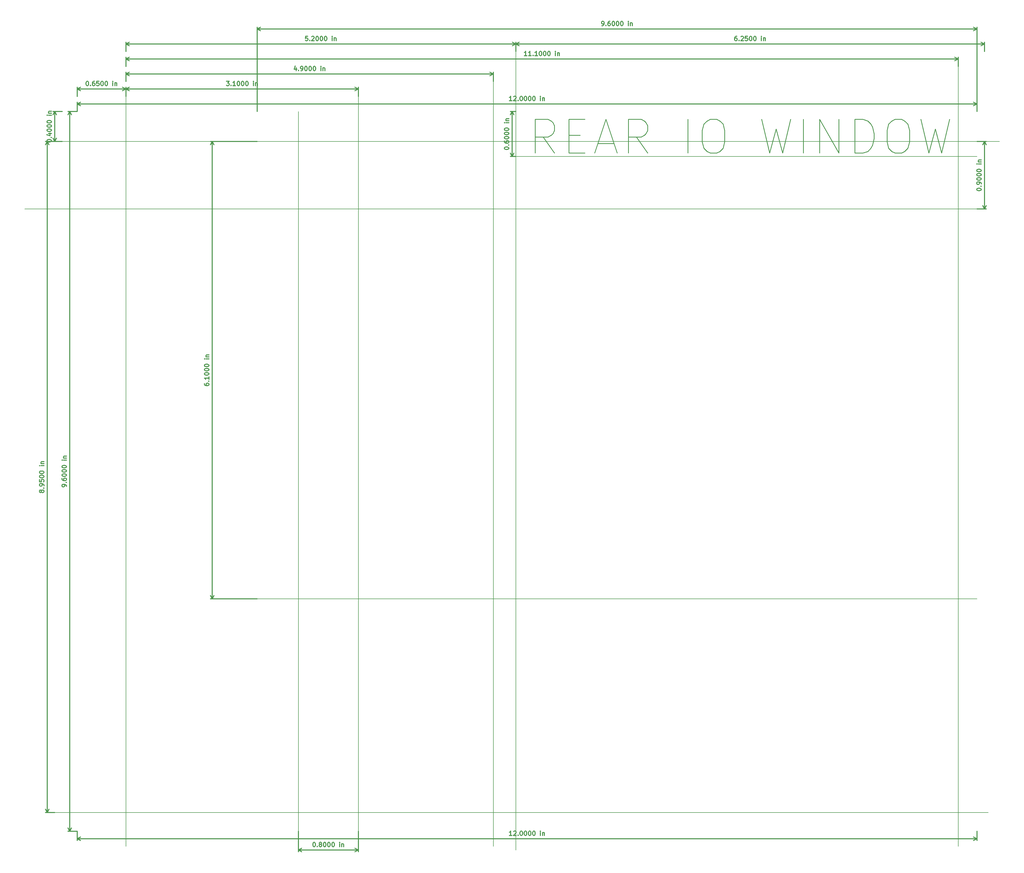
<source format=gbr>
%TF.GenerationSoftware,KiCad,Pcbnew,(6.0.11)*%
%TF.CreationDate,2024-06-16T13:35:35-04:00*%
%TF.ProjectId,NS32016-BC,4e533332-3031-4362-9d42-432e6b696361,rev?*%
%TF.SameCoordinates,Original*%
%TF.FileFunction,OtherDrawing,Comment*%
%FSLAX46Y46*%
G04 Gerber Fmt 4.6, Leading zero omitted, Abs format (unit mm)*
G04 Created by KiCad (PCBNEW (6.0.11)) date 2024-06-16 13:35:35*
%MOMM*%
%LPD*%
G01*
G04 APERTURE LIST*
%ADD10C,0.200000*%
%ADD11C,0.254000*%
%ADD12C,0.300000*%
G04 APERTURE END LIST*
D10*
X209550000Y-146050000D02*
X365760000Y-146050000D01*
X53340000Y-368300000D02*
X369570000Y-368300000D01*
X359410000Y-115570000D02*
X359410000Y-379730000D01*
X77470000Y-125730000D02*
X77470000Y-379730000D01*
X135890000Y-295910000D02*
X135890000Y-130810000D01*
X201930000Y-120650000D02*
X201930000Y-379730000D01*
X55880000Y-140970000D02*
X373380000Y-140970000D01*
X135890000Y-374650000D02*
X135890000Y-295910000D01*
X365760000Y-163830000D02*
X43180000Y-163830000D01*
X156210000Y-125730000D02*
X156210000Y-379730000D01*
X121920000Y-295910000D02*
X365760000Y-295910000D01*
X209550000Y-110490000D02*
X209550000Y-381000000D01*
D11*
X222612857Y-144870714D02*
X218802857Y-139427857D01*
X216081428Y-144870714D02*
X216081428Y-133440714D01*
X220435714Y-133440714D01*
X221524285Y-133985000D01*
X222068571Y-134529285D01*
X222612857Y-135617857D01*
X222612857Y-137250714D01*
X222068571Y-138339285D01*
X221524285Y-138883571D01*
X220435714Y-139427857D01*
X216081428Y-139427857D01*
X227511428Y-138883571D02*
X231321428Y-138883571D01*
X232954285Y-144870714D02*
X227511428Y-144870714D01*
X227511428Y-133440714D01*
X232954285Y-133440714D01*
X237308571Y-141605000D02*
X242751428Y-141605000D01*
X236220000Y-144870714D02*
X240030000Y-133440714D01*
X243840000Y-144870714D01*
X254181428Y-144870714D02*
X250371428Y-139427857D01*
X247650000Y-144870714D02*
X247650000Y-133440714D01*
X252004285Y-133440714D01*
X253092857Y-133985000D01*
X253637142Y-134529285D01*
X254181428Y-135617857D01*
X254181428Y-137250714D01*
X253637142Y-138339285D01*
X253092857Y-138883571D01*
X252004285Y-139427857D01*
X247650000Y-139427857D01*
X267788571Y-144870714D02*
X267788571Y-133440714D01*
X275408571Y-133440714D02*
X277585714Y-133440714D01*
X278674285Y-133985000D01*
X279762857Y-135073571D01*
X280307142Y-137250714D01*
X280307142Y-141060714D01*
X279762857Y-143237857D01*
X278674285Y-144326428D01*
X277585714Y-144870714D01*
X275408571Y-144870714D01*
X274320000Y-144326428D01*
X273231428Y-143237857D01*
X272687142Y-141060714D01*
X272687142Y-137250714D01*
X273231428Y-135073571D01*
X274320000Y-133985000D01*
X275408571Y-133440714D01*
X292825714Y-133440714D02*
X295547142Y-144870714D01*
X297724285Y-136706428D01*
X299901428Y-144870714D01*
X302622857Y-133440714D01*
X306977142Y-144870714D02*
X306977142Y-133440714D01*
X312420000Y-144870714D02*
X312420000Y-133440714D01*
X318951428Y-144870714D01*
X318951428Y-133440714D01*
X324394285Y-144870714D02*
X324394285Y-133440714D01*
X327115714Y-133440714D01*
X328748571Y-133985000D01*
X329837142Y-135073571D01*
X330381428Y-136162142D01*
X330925714Y-138339285D01*
X330925714Y-139972142D01*
X330381428Y-142149285D01*
X329837142Y-143237857D01*
X328748571Y-144326428D01*
X327115714Y-144870714D01*
X324394285Y-144870714D01*
X338001428Y-133440714D02*
X340178571Y-133440714D01*
X341267142Y-133985000D01*
X342355714Y-135073571D01*
X342900000Y-137250714D01*
X342900000Y-141060714D01*
X342355714Y-143237857D01*
X341267142Y-144326428D01*
X340178571Y-144870714D01*
X338001428Y-144870714D01*
X336912857Y-144326428D01*
X335824285Y-143237857D01*
X335280000Y-141060714D01*
X335280000Y-137250714D01*
X335824285Y-135073571D01*
X336912857Y-133985000D01*
X338001428Y-133440714D01*
X346710000Y-133440714D02*
X349431428Y-144870714D01*
X351608571Y-136706428D01*
X353785714Y-144870714D01*
X356507142Y-133440714D01*
D12*
X139045714Y-105328571D02*
X138331428Y-105328571D01*
X138260000Y-106042857D01*
X138331428Y-105971428D01*
X138474285Y-105900000D01*
X138831428Y-105900000D01*
X138974285Y-105971428D01*
X139045714Y-106042857D01*
X139117142Y-106185714D01*
X139117142Y-106542857D01*
X139045714Y-106685714D01*
X138974285Y-106757142D01*
X138831428Y-106828571D01*
X138474285Y-106828571D01*
X138331428Y-106757142D01*
X138260000Y-106685714D01*
X139760000Y-106685714D02*
X139831428Y-106757142D01*
X139760000Y-106828571D01*
X139688571Y-106757142D01*
X139760000Y-106685714D01*
X139760000Y-106828571D01*
X140402857Y-105471428D02*
X140474285Y-105400000D01*
X140617142Y-105328571D01*
X140974285Y-105328571D01*
X141117142Y-105400000D01*
X141188571Y-105471428D01*
X141260000Y-105614285D01*
X141260000Y-105757142D01*
X141188571Y-105971428D01*
X140331428Y-106828571D01*
X141260000Y-106828571D01*
X142188571Y-105328571D02*
X142331428Y-105328571D01*
X142474285Y-105400000D01*
X142545714Y-105471428D01*
X142617142Y-105614285D01*
X142688571Y-105900000D01*
X142688571Y-106257142D01*
X142617142Y-106542857D01*
X142545714Y-106685714D01*
X142474285Y-106757142D01*
X142331428Y-106828571D01*
X142188571Y-106828571D01*
X142045714Y-106757142D01*
X141974285Y-106685714D01*
X141902857Y-106542857D01*
X141831428Y-106257142D01*
X141831428Y-105900000D01*
X141902857Y-105614285D01*
X141974285Y-105471428D01*
X142045714Y-105400000D01*
X142188571Y-105328571D01*
X143617142Y-105328571D02*
X143760000Y-105328571D01*
X143902857Y-105400000D01*
X143974285Y-105471428D01*
X144045714Y-105614285D01*
X144117142Y-105900000D01*
X144117142Y-106257142D01*
X144045714Y-106542857D01*
X143974285Y-106685714D01*
X143902857Y-106757142D01*
X143760000Y-106828571D01*
X143617142Y-106828571D01*
X143474285Y-106757142D01*
X143402857Y-106685714D01*
X143331428Y-106542857D01*
X143260000Y-106257142D01*
X143260000Y-105900000D01*
X143331428Y-105614285D01*
X143402857Y-105471428D01*
X143474285Y-105400000D01*
X143617142Y-105328571D01*
X145045714Y-105328571D02*
X145188571Y-105328571D01*
X145331428Y-105400000D01*
X145402857Y-105471428D01*
X145474285Y-105614285D01*
X145545714Y-105900000D01*
X145545714Y-106257142D01*
X145474285Y-106542857D01*
X145402857Y-106685714D01*
X145331428Y-106757142D01*
X145188571Y-106828571D01*
X145045714Y-106828571D01*
X144902857Y-106757142D01*
X144831428Y-106685714D01*
X144760000Y-106542857D01*
X144688571Y-106257142D01*
X144688571Y-105900000D01*
X144760000Y-105614285D01*
X144831428Y-105471428D01*
X144902857Y-105400000D01*
X145045714Y-105328571D01*
X147331428Y-106828571D02*
X147331428Y-105828571D01*
X147331428Y-105328571D02*
X147260000Y-105400000D01*
X147331428Y-105471428D01*
X147402857Y-105400000D01*
X147331428Y-105328571D01*
X147331428Y-105471428D01*
X148045714Y-105828571D02*
X148045714Y-106828571D01*
X148045714Y-105971428D02*
X148117142Y-105900000D01*
X148260000Y-105828571D01*
X148474285Y-105828571D01*
X148617142Y-105900000D01*
X148688571Y-106042857D01*
X148688571Y-106828571D01*
X209550000Y-110490000D02*
X209550000Y-107363580D01*
X77470000Y-110490000D02*
X77470000Y-107363580D01*
X209550000Y-107950000D02*
X77470000Y-107950000D01*
X209550000Y-107950000D02*
X77470000Y-107950000D01*
X209550000Y-107950000D02*
X208423496Y-107363579D01*
X209550000Y-107950000D02*
X208423496Y-108536421D01*
X77470000Y-107950000D02*
X78596504Y-108536421D01*
X77470000Y-107950000D02*
X78596504Y-107363579D01*
X57298571Y-257837142D02*
X57298571Y-257551428D01*
X57227142Y-257408571D01*
X57155714Y-257337142D01*
X56941428Y-257194285D01*
X56655714Y-257122857D01*
X56084285Y-257122857D01*
X55941428Y-257194285D01*
X55870000Y-257265714D01*
X55798571Y-257408571D01*
X55798571Y-257694285D01*
X55870000Y-257837142D01*
X55941428Y-257908571D01*
X56084285Y-257980000D01*
X56441428Y-257980000D01*
X56584285Y-257908571D01*
X56655714Y-257837142D01*
X56727142Y-257694285D01*
X56727142Y-257408571D01*
X56655714Y-257265714D01*
X56584285Y-257194285D01*
X56441428Y-257122857D01*
X57155714Y-256480000D02*
X57227142Y-256408571D01*
X57298571Y-256480000D01*
X57227142Y-256551428D01*
X57155714Y-256480000D01*
X57298571Y-256480000D01*
X55798571Y-255122857D02*
X55798571Y-255408571D01*
X55870000Y-255551428D01*
X55941428Y-255622857D01*
X56155714Y-255765714D01*
X56441428Y-255837142D01*
X57012857Y-255837142D01*
X57155714Y-255765714D01*
X57227142Y-255694285D01*
X57298571Y-255551428D01*
X57298571Y-255265714D01*
X57227142Y-255122857D01*
X57155714Y-255051428D01*
X57012857Y-254980000D01*
X56655714Y-254980000D01*
X56512857Y-255051428D01*
X56441428Y-255122857D01*
X56370000Y-255265714D01*
X56370000Y-255551428D01*
X56441428Y-255694285D01*
X56512857Y-255765714D01*
X56655714Y-255837142D01*
X55798571Y-254051428D02*
X55798571Y-253908571D01*
X55870000Y-253765714D01*
X55941428Y-253694285D01*
X56084285Y-253622857D01*
X56370000Y-253551428D01*
X56727142Y-253551428D01*
X57012857Y-253622857D01*
X57155714Y-253694285D01*
X57227142Y-253765714D01*
X57298571Y-253908571D01*
X57298571Y-254051428D01*
X57227142Y-254194285D01*
X57155714Y-254265714D01*
X57012857Y-254337142D01*
X56727142Y-254408571D01*
X56370000Y-254408571D01*
X56084285Y-254337142D01*
X55941428Y-254265714D01*
X55870000Y-254194285D01*
X55798571Y-254051428D01*
X55798571Y-252622857D02*
X55798571Y-252480000D01*
X55870000Y-252337142D01*
X55941428Y-252265714D01*
X56084285Y-252194285D01*
X56370000Y-252122857D01*
X56727142Y-252122857D01*
X57012857Y-252194285D01*
X57155714Y-252265714D01*
X57227142Y-252337142D01*
X57298571Y-252480000D01*
X57298571Y-252622857D01*
X57227142Y-252765714D01*
X57155714Y-252837142D01*
X57012857Y-252908571D01*
X56727142Y-252980000D01*
X56370000Y-252980000D01*
X56084285Y-252908571D01*
X55941428Y-252837142D01*
X55870000Y-252765714D01*
X55798571Y-252622857D01*
X55798571Y-251194285D02*
X55798571Y-251051428D01*
X55870000Y-250908571D01*
X55941428Y-250837142D01*
X56084285Y-250765714D01*
X56370000Y-250694285D01*
X56727142Y-250694285D01*
X57012857Y-250765714D01*
X57155714Y-250837142D01*
X57227142Y-250908571D01*
X57298571Y-251051428D01*
X57298571Y-251194285D01*
X57227142Y-251337142D01*
X57155714Y-251408571D01*
X57012857Y-251480000D01*
X56727142Y-251551428D01*
X56370000Y-251551428D01*
X56084285Y-251480000D01*
X55941428Y-251408571D01*
X55870000Y-251337142D01*
X55798571Y-251194285D01*
X57298571Y-248908571D02*
X56298571Y-248908571D01*
X55798571Y-248908571D02*
X55870000Y-248980000D01*
X55941428Y-248908571D01*
X55870000Y-248837142D01*
X55798571Y-248908571D01*
X55941428Y-248908571D01*
X56298571Y-248194285D02*
X57298571Y-248194285D01*
X56441428Y-248194285D02*
X56370000Y-248122857D01*
X56298571Y-247980000D01*
X56298571Y-247765714D01*
X56370000Y-247622857D01*
X56512857Y-247551428D01*
X57298571Y-247551428D01*
X60960000Y-374650000D02*
X57833580Y-374650000D01*
X60960000Y-130810000D02*
X57833580Y-130810000D01*
X58420000Y-374650000D02*
X58420000Y-130810000D01*
X58420000Y-374650000D02*
X58420000Y-130810000D01*
X58420000Y-374650000D02*
X59006421Y-373523496D01*
X58420000Y-374650000D02*
X57833579Y-373523496D01*
X58420000Y-130810000D02*
X57833579Y-131936504D01*
X58420000Y-130810000D02*
X59006421Y-131936504D01*
X48821428Y-259599285D02*
X48750000Y-259742142D01*
X48678571Y-259813571D01*
X48535714Y-259885000D01*
X48464285Y-259885000D01*
X48321428Y-259813571D01*
X48250000Y-259742142D01*
X48178571Y-259599285D01*
X48178571Y-259313571D01*
X48250000Y-259170714D01*
X48321428Y-259099285D01*
X48464285Y-259027857D01*
X48535714Y-259027857D01*
X48678571Y-259099285D01*
X48750000Y-259170714D01*
X48821428Y-259313571D01*
X48821428Y-259599285D01*
X48892857Y-259742142D01*
X48964285Y-259813571D01*
X49107142Y-259885000D01*
X49392857Y-259885000D01*
X49535714Y-259813571D01*
X49607142Y-259742142D01*
X49678571Y-259599285D01*
X49678571Y-259313571D01*
X49607142Y-259170714D01*
X49535714Y-259099285D01*
X49392857Y-259027857D01*
X49107142Y-259027857D01*
X48964285Y-259099285D01*
X48892857Y-259170714D01*
X48821428Y-259313571D01*
X49535714Y-258385000D02*
X49607142Y-258313571D01*
X49678571Y-258385000D01*
X49607142Y-258456428D01*
X49535714Y-258385000D01*
X49678571Y-258385000D01*
X49678571Y-257599285D02*
X49678571Y-257313571D01*
X49607142Y-257170714D01*
X49535714Y-257099285D01*
X49321428Y-256956428D01*
X49035714Y-256885000D01*
X48464285Y-256885000D01*
X48321428Y-256956428D01*
X48250000Y-257027857D01*
X48178571Y-257170714D01*
X48178571Y-257456428D01*
X48250000Y-257599285D01*
X48321428Y-257670714D01*
X48464285Y-257742142D01*
X48821428Y-257742142D01*
X48964285Y-257670714D01*
X49035714Y-257599285D01*
X49107142Y-257456428D01*
X49107142Y-257170714D01*
X49035714Y-257027857D01*
X48964285Y-256956428D01*
X48821428Y-256885000D01*
X48178571Y-255527857D02*
X48178571Y-256242142D01*
X48892857Y-256313571D01*
X48821428Y-256242142D01*
X48750000Y-256099285D01*
X48750000Y-255742142D01*
X48821428Y-255599285D01*
X48892857Y-255527857D01*
X49035714Y-255456428D01*
X49392857Y-255456428D01*
X49535714Y-255527857D01*
X49607142Y-255599285D01*
X49678571Y-255742142D01*
X49678571Y-256099285D01*
X49607142Y-256242142D01*
X49535714Y-256313571D01*
X48178571Y-254527857D02*
X48178571Y-254385000D01*
X48250000Y-254242142D01*
X48321428Y-254170714D01*
X48464285Y-254099285D01*
X48750000Y-254027857D01*
X49107142Y-254027857D01*
X49392857Y-254099285D01*
X49535714Y-254170714D01*
X49607142Y-254242142D01*
X49678571Y-254385000D01*
X49678571Y-254527857D01*
X49607142Y-254670714D01*
X49535714Y-254742142D01*
X49392857Y-254813571D01*
X49107142Y-254885000D01*
X48750000Y-254885000D01*
X48464285Y-254813571D01*
X48321428Y-254742142D01*
X48250000Y-254670714D01*
X48178571Y-254527857D01*
X48178571Y-253099285D02*
X48178571Y-252956428D01*
X48250000Y-252813571D01*
X48321428Y-252742142D01*
X48464285Y-252670714D01*
X48750000Y-252599285D01*
X49107142Y-252599285D01*
X49392857Y-252670714D01*
X49535714Y-252742142D01*
X49607142Y-252813571D01*
X49678571Y-252956428D01*
X49678571Y-253099285D01*
X49607142Y-253242142D01*
X49535714Y-253313571D01*
X49392857Y-253385000D01*
X49107142Y-253456428D01*
X48750000Y-253456428D01*
X48464285Y-253385000D01*
X48321428Y-253313571D01*
X48250000Y-253242142D01*
X48178571Y-253099285D01*
X49678571Y-250813571D02*
X48678571Y-250813571D01*
X48178571Y-250813571D02*
X48250000Y-250885000D01*
X48321428Y-250813571D01*
X48250000Y-250742142D01*
X48178571Y-250813571D01*
X48321428Y-250813571D01*
X48678571Y-250099285D02*
X49678571Y-250099285D01*
X48821428Y-250099285D02*
X48750000Y-250027857D01*
X48678571Y-249885000D01*
X48678571Y-249670714D01*
X48750000Y-249527857D01*
X48892857Y-249456428D01*
X49678571Y-249456428D01*
X53340000Y-368300000D02*
X50213580Y-368300000D01*
X53340000Y-140970000D02*
X50213580Y-140970000D01*
X50800000Y-368300000D02*
X50800000Y-140970000D01*
X50800000Y-368300000D02*
X50800000Y-140970000D01*
X50800000Y-368300000D02*
X51386421Y-367173496D01*
X50800000Y-368300000D02*
X50213579Y-367173496D01*
X50800000Y-140970000D02*
X50213579Y-142096504D01*
X50800000Y-140970000D02*
X51386421Y-142096504D01*
X111518571Y-120568572D02*
X112447142Y-120568572D01*
X111947142Y-121140001D01*
X112161428Y-121140001D01*
X112304285Y-121211429D01*
X112375714Y-121282858D01*
X112447142Y-121425715D01*
X112447142Y-121782858D01*
X112375714Y-121925715D01*
X112304285Y-121997143D01*
X112161428Y-122068572D01*
X111732857Y-122068572D01*
X111590000Y-121997143D01*
X111518571Y-121925715D01*
X113090000Y-121925715D02*
X113161428Y-121997143D01*
X113090000Y-122068572D01*
X113018571Y-121997143D01*
X113090000Y-121925715D01*
X113090000Y-122068572D01*
X114590000Y-122068572D02*
X113732857Y-122068572D01*
X114161428Y-122068572D02*
X114161428Y-120568572D01*
X114018571Y-120782858D01*
X113875714Y-120925715D01*
X113732857Y-120997143D01*
X115518571Y-120568572D02*
X115661428Y-120568572D01*
X115804285Y-120640001D01*
X115875714Y-120711429D01*
X115947142Y-120854286D01*
X116018571Y-121140001D01*
X116018571Y-121497143D01*
X115947142Y-121782858D01*
X115875714Y-121925715D01*
X115804285Y-121997143D01*
X115661428Y-122068572D01*
X115518571Y-122068572D01*
X115375714Y-121997143D01*
X115304285Y-121925715D01*
X115232857Y-121782858D01*
X115161428Y-121497143D01*
X115161428Y-121140001D01*
X115232857Y-120854286D01*
X115304285Y-120711429D01*
X115375714Y-120640001D01*
X115518571Y-120568572D01*
X116947142Y-120568572D02*
X117090000Y-120568572D01*
X117232857Y-120640001D01*
X117304285Y-120711429D01*
X117375714Y-120854286D01*
X117447142Y-121140001D01*
X117447142Y-121497143D01*
X117375714Y-121782858D01*
X117304285Y-121925715D01*
X117232857Y-121997143D01*
X117090000Y-122068572D01*
X116947142Y-122068572D01*
X116804285Y-121997143D01*
X116732857Y-121925715D01*
X116661428Y-121782858D01*
X116590000Y-121497143D01*
X116590000Y-121140001D01*
X116661428Y-120854286D01*
X116732857Y-120711429D01*
X116804285Y-120640001D01*
X116947142Y-120568572D01*
X118375714Y-120568572D02*
X118518571Y-120568572D01*
X118661428Y-120640001D01*
X118732857Y-120711429D01*
X118804285Y-120854286D01*
X118875714Y-121140001D01*
X118875714Y-121497143D01*
X118804285Y-121782858D01*
X118732857Y-121925715D01*
X118661428Y-121997143D01*
X118518571Y-122068572D01*
X118375714Y-122068572D01*
X118232857Y-121997143D01*
X118161428Y-121925715D01*
X118090000Y-121782858D01*
X118018571Y-121497143D01*
X118018571Y-121140001D01*
X118090000Y-120854286D01*
X118161428Y-120711429D01*
X118232857Y-120640001D01*
X118375714Y-120568572D01*
X120661428Y-122068572D02*
X120661428Y-121068572D01*
X120661428Y-120568572D02*
X120590000Y-120640001D01*
X120661428Y-120711429D01*
X120732857Y-120640001D01*
X120661428Y-120568572D01*
X120661428Y-120711429D01*
X121375714Y-121068572D02*
X121375714Y-122068572D01*
X121375714Y-121211429D02*
X121447142Y-121140001D01*
X121590000Y-121068572D01*
X121804285Y-121068572D01*
X121947142Y-121140001D01*
X122018571Y-121282858D01*
X122018571Y-122068572D01*
X156210000Y-125730000D02*
X156210000Y-122603581D01*
X77470000Y-125730000D02*
X77470000Y-122603581D01*
X156210000Y-123190001D02*
X77470000Y-123190001D01*
X156210000Y-123190001D02*
X77470000Y-123190001D01*
X156210000Y-123190001D02*
X155083496Y-122603580D01*
X156210000Y-123190001D02*
X155083496Y-123776422D01*
X77470000Y-123190001D02*
X78596504Y-123776422D01*
X77470000Y-123190001D02*
X78596504Y-122603580D01*
X365678571Y-157292857D02*
X365678571Y-157150000D01*
X365750000Y-157007142D01*
X365821428Y-156935714D01*
X365964285Y-156864285D01*
X366250000Y-156792857D01*
X366607142Y-156792857D01*
X366892857Y-156864285D01*
X367035714Y-156935714D01*
X367107142Y-157007142D01*
X367178571Y-157150000D01*
X367178571Y-157292857D01*
X367107142Y-157435714D01*
X367035714Y-157507142D01*
X366892857Y-157578571D01*
X366607142Y-157650000D01*
X366250000Y-157650000D01*
X365964285Y-157578571D01*
X365821428Y-157507142D01*
X365750000Y-157435714D01*
X365678571Y-157292857D01*
X367035714Y-156150000D02*
X367107142Y-156078571D01*
X367178571Y-156150000D01*
X367107142Y-156221428D01*
X367035714Y-156150000D01*
X367178571Y-156150000D01*
X367178571Y-155364285D02*
X367178571Y-155078571D01*
X367107142Y-154935714D01*
X367035714Y-154864285D01*
X366821428Y-154721428D01*
X366535714Y-154650000D01*
X365964285Y-154650000D01*
X365821428Y-154721428D01*
X365750000Y-154792857D01*
X365678571Y-154935714D01*
X365678571Y-155221428D01*
X365750000Y-155364285D01*
X365821428Y-155435714D01*
X365964285Y-155507142D01*
X366321428Y-155507142D01*
X366464285Y-155435714D01*
X366535714Y-155364285D01*
X366607142Y-155221428D01*
X366607142Y-154935714D01*
X366535714Y-154792857D01*
X366464285Y-154721428D01*
X366321428Y-154650000D01*
X365678571Y-153721428D02*
X365678571Y-153578571D01*
X365750000Y-153435714D01*
X365821428Y-153364285D01*
X365964285Y-153292857D01*
X366250000Y-153221428D01*
X366607142Y-153221428D01*
X366892857Y-153292857D01*
X367035714Y-153364285D01*
X367107142Y-153435714D01*
X367178571Y-153578571D01*
X367178571Y-153721428D01*
X367107142Y-153864285D01*
X367035714Y-153935714D01*
X366892857Y-154007142D01*
X366607142Y-154078571D01*
X366250000Y-154078571D01*
X365964285Y-154007142D01*
X365821428Y-153935714D01*
X365750000Y-153864285D01*
X365678571Y-153721428D01*
X365678571Y-152292857D02*
X365678571Y-152150000D01*
X365750000Y-152007142D01*
X365821428Y-151935714D01*
X365964285Y-151864285D01*
X366250000Y-151792857D01*
X366607142Y-151792857D01*
X366892857Y-151864285D01*
X367035714Y-151935714D01*
X367107142Y-152007142D01*
X367178571Y-152150000D01*
X367178571Y-152292857D01*
X367107142Y-152435714D01*
X367035714Y-152507142D01*
X366892857Y-152578571D01*
X366607142Y-152650000D01*
X366250000Y-152650000D01*
X365964285Y-152578571D01*
X365821428Y-152507142D01*
X365750000Y-152435714D01*
X365678571Y-152292857D01*
X365678571Y-150864285D02*
X365678571Y-150721428D01*
X365750000Y-150578571D01*
X365821428Y-150507142D01*
X365964285Y-150435714D01*
X366250000Y-150364285D01*
X366607142Y-150364285D01*
X366892857Y-150435714D01*
X367035714Y-150507142D01*
X367107142Y-150578571D01*
X367178571Y-150721428D01*
X367178571Y-150864285D01*
X367107142Y-151007142D01*
X367035714Y-151078571D01*
X366892857Y-151150000D01*
X366607142Y-151221428D01*
X366250000Y-151221428D01*
X365964285Y-151150000D01*
X365821428Y-151078571D01*
X365750000Y-151007142D01*
X365678571Y-150864285D01*
X367178571Y-148578571D02*
X366178571Y-148578571D01*
X365678571Y-148578571D02*
X365750000Y-148650000D01*
X365821428Y-148578571D01*
X365750000Y-148507142D01*
X365678571Y-148578571D01*
X365821428Y-148578571D01*
X366178571Y-147864285D02*
X367178571Y-147864285D01*
X366321428Y-147864285D02*
X366250000Y-147792857D01*
X366178571Y-147650000D01*
X366178571Y-147435714D01*
X366250000Y-147292857D01*
X366392857Y-147221428D01*
X367178571Y-147221428D01*
X365760000Y-163830000D02*
X368886420Y-163830000D01*
X365760000Y-140970000D02*
X368886420Y-140970000D01*
X368300000Y-163830000D02*
X368300000Y-140970000D01*
X368300000Y-163830000D02*
X368300000Y-140970000D01*
X368300000Y-163830000D02*
X368886421Y-162703496D01*
X368300000Y-163830000D02*
X367713579Y-162703496D01*
X368300000Y-140970000D02*
X367713579Y-142096504D01*
X368300000Y-140970000D02*
X368886421Y-142096504D01*
X141157142Y-378378571D02*
X141300000Y-378378571D01*
X141442857Y-378450000D01*
X141514285Y-378521428D01*
X141585714Y-378664285D01*
X141657142Y-378950000D01*
X141657142Y-379307142D01*
X141585714Y-379592857D01*
X141514285Y-379735714D01*
X141442857Y-379807142D01*
X141300000Y-379878571D01*
X141157142Y-379878571D01*
X141014285Y-379807142D01*
X140942857Y-379735714D01*
X140871428Y-379592857D01*
X140800000Y-379307142D01*
X140800000Y-378950000D01*
X140871428Y-378664285D01*
X140942857Y-378521428D01*
X141014285Y-378450000D01*
X141157142Y-378378571D01*
X142300000Y-379735714D02*
X142371428Y-379807142D01*
X142300000Y-379878571D01*
X142228571Y-379807142D01*
X142300000Y-379735714D01*
X142300000Y-379878571D01*
X143228571Y-379021428D02*
X143085714Y-378950000D01*
X143014285Y-378878571D01*
X142942857Y-378735714D01*
X142942857Y-378664285D01*
X143014285Y-378521428D01*
X143085714Y-378450000D01*
X143228571Y-378378571D01*
X143514285Y-378378571D01*
X143657142Y-378450000D01*
X143728571Y-378521428D01*
X143800000Y-378664285D01*
X143800000Y-378735714D01*
X143728571Y-378878571D01*
X143657142Y-378950000D01*
X143514285Y-379021428D01*
X143228571Y-379021428D01*
X143085714Y-379092857D01*
X143014285Y-379164285D01*
X142942857Y-379307142D01*
X142942857Y-379592857D01*
X143014285Y-379735714D01*
X143085714Y-379807142D01*
X143228571Y-379878571D01*
X143514285Y-379878571D01*
X143657142Y-379807142D01*
X143728571Y-379735714D01*
X143800000Y-379592857D01*
X143800000Y-379307142D01*
X143728571Y-379164285D01*
X143657142Y-379092857D01*
X143514285Y-379021428D01*
X144728571Y-378378571D02*
X144871428Y-378378571D01*
X145014285Y-378450000D01*
X145085714Y-378521428D01*
X145157142Y-378664285D01*
X145228571Y-378950000D01*
X145228571Y-379307142D01*
X145157142Y-379592857D01*
X145085714Y-379735714D01*
X145014285Y-379807142D01*
X144871428Y-379878571D01*
X144728571Y-379878571D01*
X144585714Y-379807142D01*
X144514285Y-379735714D01*
X144442857Y-379592857D01*
X144371428Y-379307142D01*
X144371428Y-378950000D01*
X144442857Y-378664285D01*
X144514285Y-378521428D01*
X144585714Y-378450000D01*
X144728571Y-378378571D01*
X146157142Y-378378571D02*
X146300000Y-378378571D01*
X146442857Y-378450000D01*
X146514285Y-378521428D01*
X146585714Y-378664285D01*
X146657142Y-378950000D01*
X146657142Y-379307142D01*
X146585714Y-379592857D01*
X146514285Y-379735714D01*
X146442857Y-379807142D01*
X146300000Y-379878571D01*
X146157142Y-379878571D01*
X146014285Y-379807142D01*
X145942857Y-379735714D01*
X145871428Y-379592857D01*
X145800000Y-379307142D01*
X145800000Y-378950000D01*
X145871428Y-378664285D01*
X145942857Y-378521428D01*
X146014285Y-378450000D01*
X146157142Y-378378571D01*
X147585714Y-378378571D02*
X147728571Y-378378571D01*
X147871428Y-378450000D01*
X147942857Y-378521428D01*
X148014285Y-378664285D01*
X148085714Y-378950000D01*
X148085714Y-379307142D01*
X148014285Y-379592857D01*
X147942857Y-379735714D01*
X147871428Y-379807142D01*
X147728571Y-379878571D01*
X147585714Y-379878571D01*
X147442857Y-379807142D01*
X147371428Y-379735714D01*
X147300000Y-379592857D01*
X147228571Y-379307142D01*
X147228571Y-378950000D01*
X147300000Y-378664285D01*
X147371428Y-378521428D01*
X147442857Y-378450000D01*
X147585714Y-378378571D01*
X149871428Y-379878571D02*
X149871428Y-378878571D01*
X149871428Y-378378571D02*
X149800000Y-378450000D01*
X149871428Y-378521428D01*
X149942857Y-378450000D01*
X149871428Y-378378571D01*
X149871428Y-378521428D01*
X150585714Y-378878571D02*
X150585714Y-379878571D01*
X150585714Y-379021428D02*
X150657142Y-378950000D01*
X150800000Y-378878571D01*
X151014285Y-378878571D01*
X151157142Y-378950000D01*
X151228571Y-379092857D01*
X151228571Y-379878571D01*
X135890000Y-374650000D02*
X135890000Y-381586420D01*
X156210000Y-374650000D02*
X156210000Y-381586420D01*
X135890000Y-381000000D02*
X156210000Y-381000000D01*
X135890000Y-381000000D02*
X156210000Y-381000000D01*
X135890000Y-381000000D02*
X137016504Y-381586421D01*
X135890000Y-381000000D02*
X137016504Y-380413579D01*
X156210000Y-381000000D02*
X155083496Y-380413579D01*
X156210000Y-381000000D02*
X155083496Y-381586421D01*
X135164285Y-115988571D02*
X135164285Y-116988571D01*
X134807142Y-115417142D02*
X134450000Y-116488571D01*
X135378571Y-116488571D01*
X135950000Y-116845714D02*
X136021428Y-116917142D01*
X135950000Y-116988571D01*
X135878571Y-116917142D01*
X135950000Y-116845714D01*
X135950000Y-116988571D01*
X136735714Y-116988571D02*
X137021428Y-116988571D01*
X137164285Y-116917142D01*
X137235714Y-116845714D01*
X137378571Y-116631428D01*
X137450000Y-116345714D01*
X137450000Y-115774285D01*
X137378571Y-115631428D01*
X137307142Y-115560000D01*
X137164285Y-115488571D01*
X136878571Y-115488571D01*
X136735714Y-115560000D01*
X136664285Y-115631428D01*
X136592857Y-115774285D01*
X136592857Y-116131428D01*
X136664285Y-116274285D01*
X136735714Y-116345714D01*
X136878571Y-116417142D01*
X137164285Y-116417142D01*
X137307142Y-116345714D01*
X137378571Y-116274285D01*
X137450000Y-116131428D01*
X138378571Y-115488571D02*
X138521428Y-115488571D01*
X138664285Y-115560000D01*
X138735714Y-115631428D01*
X138807142Y-115774285D01*
X138878571Y-116060000D01*
X138878571Y-116417142D01*
X138807142Y-116702857D01*
X138735714Y-116845714D01*
X138664285Y-116917142D01*
X138521428Y-116988571D01*
X138378571Y-116988571D01*
X138235714Y-116917142D01*
X138164285Y-116845714D01*
X138092857Y-116702857D01*
X138021428Y-116417142D01*
X138021428Y-116060000D01*
X138092857Y-115774285D01*
X138164285Y-115631428D01*
X138235714Y-115560000D01*
X138378571Y-115488571D01*
X139807142Y-115488571D02*
X139950000Y-115488571D01*
X140092857Y-115560000D01*
X140164285Y-115631428D01*
X140235714Y-115774285D01*
X140307142Y-116060000D01*
X140307142Y-116417142D01*
X140235714Y-116702857D01*
X140164285Y-116845714D01*
X140092857Y-116917142D01*
X139950000Y-116988571D01*
X139807142Y-116988571D01*
X139664285Y-116917142D01*
X139592857Y-116845714D01*
X139521428Y-116702857D01*
X139450000Y-116417142D01*
X139450000Y-116060000D01*
X139521428Y-115774285D01*
X139592857Y-115631428D01*
X139664285Y-115560000D01*
X139807142Y-115488571D01*
X141235714Y-115488571D02*
X141378571Y-115488571D01*
X141521428Y-115560000D01*
X141592857Y-115631428D01*
X141664285Y-115774285D01*
X141735714Y-116060000D01*
X141735714Y-116417142D01*
X141664285Y-116702857D01*
X141592857Y-116845714D01*
X141521428Y-116917142D01*
X141378571Y-116988571D01*
X141235714Y-116988571D01*
X141092857Y-116917142D01*
X141021428Y-116845714D01*
X140950000Y-116702857D01*
X140878571Y-116417142D01*
X140878571Y-116060000D01*
X140950000Y-115774285D01*
X141021428Y-115631428D01*
X141092857Y-115560000D01*
X141235714Y-115488571D01*
X143521428Y-116988571D02*
X143521428Y-115988571D01*
X143521428Y-115488571D02*
X143450000Y-115560000D01*
X143521428Y-115631428D01*
X143592857Y-115560000D01*
X143521428Y-115488571D01*
X143521428Y-115631428D01*
X144235714Y-115988571D02*
X144235714Y-116988571D01*
X144235714Y-116131428D02*
X144307142Y-116060000D01*
X144450000Y-115988571D01*
X144664285Y-115988571D01*
X144807142Y-116060000D01*
X144878571Y-116202857D01*
X144878571Y-116988571D01*
X201930000Y-120650000D02*
X201930000Y-117523580D01*
X77470000Y-120650000D02*
X77470000Y-117523580D01*
X201930000Y-118110000D02*
X77470000Y-118110000D01*
X201930000Y-118110000D02*
X77470000Y-118110000D01*
X201930000Y-118110000D02*
X200803496Y-117523579D01*
X201930000Y-118110000D02*
X200803496Y-118696421D01*
X77470000Y-118110000D02*
X78596504Y-118696421D01*
X77470000Y-118110000D02*
X78596504Y-117523579D01*
X104058571Y-222975714D02*
X104058571Y-223261428D01*
X104130000Y-223404285D01*
X104201428Y-223475714D01*
X104415714Y-223618571D01*
X104701428Y-223690000D01*
X105272857Y-223690000D01*
X105415714Y-223618571D01*
X105487142Y-223547142D01*
X105558571Y-223404285D01*
X105558571Y-223118571D01*
X105487142Y-222975714D01*
X105415714Y-222904285D01*
X105272857Y-222832857D01*
X104915714Y-222832857D01*
X104772857Y-222904285D01*
X104701428Y-222975714D01*
X104630000Y-223118571D01*
X104630000Y-223404285D01*
X104701428Y-223547142D01*
X104772857Y-223618571D01*
X104915714Y-223690000D01*
X105415714Y-222190000D02*
X105487142Y-222118571D01*
X105558571Y-222190000D01*
X105487142Y-222261428D01*
X105415714Y-222190000D01*
X105558571Y-222190000D01*
X105558571Y-220690000D02*
X105558571Y-221547142D01*
X105558571Y-221118571D02*
X104058571Y-221118571D01*
X104272857Y-221261428D01*
X104415714Y-221404285D01*
X104487142Y-221547142D01*
X104058571Y-219761428D02*
X104058571Y-219618571D01*
X104130000Y-219475714D01*
X104201428Y-219404285D01*
X104344285Y-219332857D01*
X104630000Y-219261428D01*
X104987142Y-219261428D01*
X105272857Y-219332857D01*
X105415714Y-219404285D01*
X105487142Y-219475714D01*
X105558571Y-219618571D01*
X105558571Y-219761428D01*
X105487142Y-219904285D01*
X105415714Y-219975714D01*
X105272857Y-220047142D01*
X104987142Y-220118571D01*
X104630000Y-220118571D01*
X104344285Y-220047142D01*
X104201428Y-219975714D01*
X104130000Y-219904285D01*
X104058571Y-219761428D01*
X104058571Y-218332857D02*
X104058571Y-218190000D01*
X104130000Y-218047142D01*
X104201428Y-217975714D01*
X104344285Y-217904285D01*
X104630000Y-217832857D01*
X104987142Y-217832857D01*
X105272857Y-217904285D01*
X105415714Y-217975714D01*
X105487142Y-218047142D01*
X105558571Y-218190000D01*
X105558571Y-218332857D01*
X105487142Y-218475714D01*
X105415714Y-218547142D01*
X105272857Y-218618571D01*
X104987142Y-218690000D01*
X104630000Y-218690000D01*
X104344285Y-218618571D01*
X104201428Y-218547142D01*
X104130000Y-218475714D01*
X104058571Y-218332857D01*
X104058571Y-216904285D02*
X104058571Y-216761428D01*
X104130000Y-216618571D01*
X104201428Y-216547142D01*
X104344285Y-216475714D01*
X104630000Y-216404285D01*
X104987142Y-216404285D01*
X105272857Y-216475714D01*
X105415714Y-216547142D01*
X105487142Y-216618571D01*
X105558571Y-216761428D01*
X105558571Y-216904285D01*
X105487142Y-217047142D01*
X105415714Y-217118571D01*
X105272857Y-217190000D01*
X104987142Y-217261428D01*
X104630000Y-217261428D01*
X104344285Y-217190000D01*
X104201428Y-217118571D01*
X104130000Y-217047142D01*
X104058571Y-216904285D01*
X105558571Y-214618571D02*
X104558571Y-214618571D01*
X104058571Y-214618571D02*
X104130000Y-214690000D01*
X104201428Y-214618571D01*
X104130000Y-214547142D01*
X104058571Y-214618571D01*
X104201428Y-214618571D01*
X104558571Y-213904285D02*
X105558571Y-213904285D01*
X104701428Y-213904285D02*
X104630000Y-213832857D01*
X104558571Y-213690000D01*
X104558571Y-213475714D01*
X104630000Y-213332857D01*
X104772857Y-213261428D01*
X105558571Y-213261428D01*
X121920000Y-295910000D02*
X106093580Y-295910000D01*
X121920000Y-140970000D02*
X106093580Y-140970000D01*
X106680000Y-295910000D02*
X106680000Y-140970000D01*
X106680000Y-295910000D02*
X106680000Y-140970000D01*
X106680000Y-295910000D02*
X107266421Y-294783496D01*
X106680000Y-295910000D02*
X106093579Y-294783496D01*
X106680000Y-140970000D02*
X106093579Y-142096504D01*
X106680000Y-140970000D02*
X107266421Y-142096504D01*
X64322142Y-120568572D02*
X64465000Y-120568572D01*
X64607857Y-120640001D01*
X64679285Y-120711429D01*
X64750714Y-120854286D01*
X64822142Y-121140001D01*
X64822142Y-121497143D01*
X64750714Y-121782858D01*
X64679285Y-121925715D01*
X64607857Y-121997143D01*
X64465000Y-122068572D01*
X64322142Y-122068572D01*
X64179285Y-121997143D01*
X64107857Y-121925715D01*
X64036428Y-121782858D01*
X63965000Y-121497143D01*
X63965000Y-121140001D01*
X64036428Y-120854286D01*
X64107857Y-120711429D01*
X64179285Y-120640001D01*
X64322142Y-120568572D01*
X65465000Y-121925715D02*
X65536428Y-121997143D01*
X65465000Y-122068572D01*
X65393571Y-121997143D01*
X65465000Y-121925715D01*
X65465000Y-122068572D01*
X66822142Y-120568572D02*
X66536428Y-120568572D01*
X66393571Y-120640001D01*
X66322142Y-120711429D01*
X66179285Y-120925715D01*
X66107857Y-121211429D01*
X66107857Y-121782858D01*
X66179285Y-121925715D01*
X66250714Y-121997143D01*
X66393571Y-122068572D01*
X66679285Y-122068572D01*
X66822142Y-121997143D01*
X66893571Y-121925715D01*
X66965000Y-121782858D01*
X66965000Y-121425715D01*
X66893571Y-121282858D01*
X66822142Y-121211429D01*
X66679285Y-121140001D01*
X66393571Y-121140001D01*
X66250714Y-121211429D01*
X66179285Y-121282858D01*
X66107857Y-121425715D01*
X68322142Y-120568572D02*
X67607857Y-120568572D01*
X67536428Y-121282858D01*
X67607857Y-121211429D01*
X67750714Y-121140001D01*
X68107857Y-121140001D01*
X68250714Y-121211429D01*
X68322142Y-121282858D01*
X68393571Y-121425715D01*
X68393571Y-121782858D01*
X68322142Y-121925715D01*
X68250714Y-121997143D01*
X68107857Y-122068572D01*
X67750714Y-122068572D01*
X67607857Y-121997143D01*
X67536428Y-121925715D01*
X69322142Y-120568572D02*
X69465000Y-120568572D01*
X69607857Y-120640001D01*
X69679285Y-120711429D01*
X69750714Y-120854286D01*
X69822142Y-121140001D01*
X69822142Y-121497143D01*
X69750714Y-121782858D01*
X69679285Y-121925715D01*
X69607857Y-121997143D01*
X69465000Y-122068572D01*
X69322142Y-122068572D01*
X69179285Y-121997143D01*
X69107857Y-121925715D01*
X69036428Y-121782858D01*
X68965000Y-121497143D01*
X68965000Y-121140001D01*
X69036428Y-120854286D01*
X69107857Y-120711429D01*
X69179285Y-120640001D01*
X69322142Y-120568572D01*
X70750714Y-120568572D02*
X70893571Y-120568572D01*
X71036428Y-120640001D01*
X71107857Y-120711429D01*
X71179285Y-120854286D01*
X71250714Y-121140001D01*
X71250714Y-121497143D01*
X71179285Y-121782858D01*
X71107857Y-121925715D01*
X71036428Y-121997143D01*
X70893571Y-122068572D01*
X70750714Y-122068572D01*
X70607857Y-121997143D01*
X70536428Y-121925715D01*
X70465000Y-121782858D01*
X70393571Y-121497143D01*
X70393571Y-121140001D01*
X70465000Y-120854286D01*
X70536428Y-120711429D01*
X70607857Y-120640001D01*
X70750714Y-120568572D01*
X73036428Y-122068572D02*
X73036428Y-121068572D01*
X73036428Y-120568572D02*
X72965000Y-120640001D01*
X73036428Y-120711429D01*
X73107857Y-120640001D01*
X73036428Y-120568572D01*
X73036428Y-120711429D01*
X73750714Y-121068572D02*
X73750714Y-122068572D01*
X73750714Y-121211429D02*
X73822142Y-121140001D01*
X73965000Y-121068572D01*
X74179285Y-121068572D01*
X74322142Y-121140001D01*
X74393571Y-121282858D01*
X74393571Y-122068572D01*
X77470000Y-125730000D02*
X77470000Y-122603581D01*
X60960000Y-125730000D02*
X60960000Y-122603581D01*
X77470000Y-123190001D02*
X60960000Y-123190001D01*
X77470000Y-123190001D02*
X60960000Y-123190001D01*
X77470000Y-123190001D02*
X76343496Y-122603580D01*
X77470000Y-123190001D02*
X76343496Y-123776422D01*
X60960000Y-123190001D02*
X62086504Y-123776422D01*
X60960000Y-123190001D02*
X62086504Y-122603580D01*
X208252857Y-376068571D02*
X207395714Y-376068571D01*
X207824285Y-376068571D02*
X207824285Y-374568571D01*
X207681428Y-374782857D01*
X207538571Y-374925714D01*
X207395714Y-374997142D01*
X208824285Y-374711428D02*
X208895714Y-374640000D01*
X209038571Y-374568571D01*
X209395714Y-374568571D01*
X209538571Y-374640000D01*
X209610000Y-374711428D01*
X209681428Y-374854285D01*
X209681428Y-374997142D01*
X209610000Y-375211428D01*
X208752857Y-376068571D01*
X209681428Y-376068571D01*
X210324285Y-375925714D02*
X210395714Y-375997142D01*
X210324285Y-376068571D01*
X210252857Y-375997142D01*
X210324285Y-375925714D01*
X210324285Y-376068571D01*
X211324285Y-374568571D02*
X211467142Y-374568571D01*
X211610000Y-374640000D01*
X211681428Y-374711428D01*
X211752857Y-374854285D01*
X211824285Y-375140000D01*
X211824285Y-375497142D01*
X211752857Y-375782857D01*
X211681428Y-375925714D01*
X211610000Y-375997142D01*
X211467142Y-376068571D01*
X211324285Y-376068571D01*
X211181428Y-375997142D01*
X211110000Y-375925714D01*
X211038571Y-375782857D01*
X210967142Y-375497142D01*
X210967142Y-375140000D01*
X211038571Y-374854285D01*
X211110000Y-374711428D01*
X211181428Y-374640000D01*
X211324285Y-374568571D01*
X212752857Y-374568571D02*
X212895714Y-374568571D01*
X213038571Y-374640000D01*
X213110000Y-374711428D01*
X213181428Y-374854285D01*
X213252857Y-375140000D01*
X213252857Y-375497142D01*
X213181428Y-375782857D01*
X213110000Y-375925714D01*
X213038571Y-375997142D01*
X212895714Y-376068571D01*
X212752857Y-376068571D01*
X212610000Y-375997142D01*
X212538571Y-375925714D01*
X212467142Y-375782857D01*
X212395714Y-375497142D01*
X212395714Y-375140000D01*
X212467142Y-374854285D01*
X212538571Y-374711428D01*
X212610000Y-374640000D01*
X212752857Y-374568571D01*
X214181428Y-374568571D02*
X214324285Y-374568571D01*
X214467142Y-374640000D01*
X214538571Y-374711428D01*
X214610000Y-374854285D01*
X214681428Y-375140000D01*
X214681428Y-375497142D01*
X214610000Y-375782857D01*
X214538571Y-375925714D01*
X214467142Y-375997142D01*
X214324285Y-376068571D01*
X214181428Y-376068571D01*
X214038571Y-375997142D01*
X213967142Y-375925714D01*
X213895714Y-375782857D01*
X213824285Y-375497142D01*
X213824285Y-375140000D01*
X213895714Y-374854285D01*
X213967142Y-374711428D01*
X214038571Y-374640000D01*
X214181428Y-374568571D01*
X215610000Y-374568571D02*
X215752857Y-374568571D01*
X215895714Y-374640000D01*
X215967142Y-374711428D01*
X216038571Y-374854285D01*
X216110000Y-375140000D01*
X216110000Y-375497142D01*
X216038571Y-375782857D01*
X215967142Y-375925714D01*
X215895714Y-375997142D01*
X215752857Y-376068571D01*
X215610000Y-376068571D01*
X215467142Y-375997142D01*
X215395714Y-375925714D01*
X215324285Y-375782857D01*
X215252857Y-375497142D01*
X215252857Y-375140000D01*
X215324285Y-374854285D01*
X215395714Y-374711428D01*
X215467142Y-374640000D01*
X215610000Y-374568571D01*
X217895714Y-376068571D02*
X217895714Y-375068571D01*
X217895714Y-374568571D02*
X217824285Y-374640000D01*
X217895714Y-374711428D01*
X217967142Y-374640000D01*
X217895714Y-374568571D01*
X217895714Y-374711428D01*
X218610000Y-375068571D02*
X218610000Y-376068571D01*
X218610000Y-375211428D02*
X218681428Y-375140000D01*
X218824285Y-375068571D01*
X219038571Y-375068571D01*
X219181428Y-375140000D01*
X219252857Y-375282857D01*
X219252857Y-376068571D01*
X365760000Y-374650000D02*
X365760000Y-377776420D01*
X60960000Y-374650000D02*
X60960000Y-377776420D01*
X365760000Y-377190000D02*
X60960000Y-377190000D01*
X365760000Y-377190000D02*
X60960000Y-377190000D01*
X365760000Y-377190000D02*
X364633496Y-376603579D01*
X365760000Y-377190000D02*
X364633496Y-377776421D01*
X60960000Y-377190000D02*
X62086504Y-377776421D01*
X60960000Y-377190000D02*
X62086504Y-376603579D01*
X238732857Y-101748571D02*
X239018571Y-101748571D01*
X239161428Y-101677142D01*
X239232857Y-101605714D01*
X239375714Y-101391428D01*
X239447142Y-101105714D01*
X239447142Y-100534285D01*
X239375714Y-100391428D01*
X239304285Y-100320000D01*
X239161428Y-100248571D01*
X238875714Y-100248571D01*
X238732857Y-100320000D01*
X238661428Y-100391428D01*
X238590000Y-100534285D01*
X238590000Y-100891428D01*
X238661428Y-101034285D01*
X238732857Y-101105714D01*
X238875714Y-101177142D01*
X239161428Y-101177142D01*
X239304285Y-101105714D01*
X239375714Y-101034285D01*
X239447142Y-100891428D01*
X240090000Y-101605714D02*
X240161428Y-101677142D01*
X240090000Y-101748571D01*
X240018571Y-101677142D01*
X240090000Y-101605714D01*
X240090000Y-101748571D01*
X241447142Y-100248571D02*
X241161428Y-100248571D01*
X241018571Y-100320000D01*
X240947142Y-100391428D01*
X240804285Y-100605714D01*
X240732857Y-100891428D01*
X240732857Y-101462857D01*
X240804285Y-101605714D01*
X240875714Y-101677142D01*
X241018571Y-101748571D01*
X241304285Y-101748571D01*
X241447142Y-101677142D01*
X241518571Y-101605714D01*
X241590000Y-101462857D01*
X241590000Y-101105714D01*
X241518571Y-100962857D01*
X241447142Y-100891428D01*
X241304285Y-100820000D01*
X241018571Y-100820000D01*
X240875714Y-100891428D01*
X240804285Y-100962857D01*
X240732857Y-101105714D01*
X242518571Y-100248571D02*
X242661428Y-100248571D01*
X242804285Y-100320000D01*
X242875714Y-100391428D01*
X242947142Y-100534285D01*
X243018571Y-100820000D01*
X243018571Y-101177142D01*
X242947142Y-101462857D01*
X242875714Y-101605714D01*
X242804285Y-101677142D01*
X242661428Y-101748571D01*
X242518571Y-101748571D01*
X242375714Y-101677142D01*
X242304285Y-101605714D01*
X242232857Y-101462857D01*
X242161428Y-101177142D01*
X242161428Y-100820000D01*
X242232857Y-100534285D01*
X242304285Y-100391428D01*
X242375714Y-100320000D01*
X242518571Y-100248571D01*
X243947142Y-100248571D02*
X244090000Y-100248571D01*
X244232857Y-100320000D01*
X244304285Y-100391428D01*
X244375714Y-100534285D01*
X244447142Y-100820000D01*
X244447142Y-101177142D01*
X244375714Y-101462857D01*
X244304285Y-101605714D01*
X244232857Y-101677142D01*
X244090000Y-101748571D01*
X243947142Y-101748571D01*
X243804285Y-101677142D01*
X243732857Y-101605714D01*
X243661428Y-101462857D01*
X243590000Y-101177142D01*
X243590000Y-100820000D01*
X243661428Y-100534285D01*
X243732857Y-100391428D01*
X243804285Y-100320000D01*
X243947142Y-100248571D01*
X245375714Y-100248571D02*
X245518571Y-100248571D01*
X245661428Y-100320000D01*
X245732857Y-100391428D01*
X245804285Y-100534285D01*
X245875714Y-100820000D01*
X245875714Y-101177142D01*
X245804285Y-101462857D01*
X245732857Y-101605714D01*
X245661428Y-101677142D01*
X245518571Y-101748571D01*
X245375714Y-101748571D01*
X245232857Y-101677142D01*
X245161428Y-101605714D01*
X245090000Y-101462857D01*
X245018571Y-101177142D01*
X245018571Y-100820000D01*
X245090000Y-100534285D01*
X245161428Y-100391428D01*
X245232857Y-100320000D01*
X245375714Y-100248571D01*
X247661428Y-101748571D02*
X247661428Y-100748571D01*
X247661428Y-100248571D02*
X247590000Y-100320000D01*
X247661428Y-100391428D01*
X247732857Y-100320000D01*
X247661428Y-100248571D01*
X247661428Y-100391428D01*
X248375714Y-100748571D02*
X248375714Y-101748571D01*
X248375714Y-100891428D02*
X248447142Y-100820000D01*
X248590000Y-100748571D01*
X248804285Y-100748571D01*
X248947142Y-100820000D01*
X249018571Y-100962857D01*
X249018571Y-101748571D01*
X121920000Y-130810000D02*
X121920000Y-102283580D01*
X365760000Y-130810000D02*
X365760000Y-102283580D01*
X121920000Y-102870000D02*
X365760000Y-102870000D01*
X121920000Y-102870000D02*
X365760000Y-102870000D01*
X121920000Y-102870000D02*
X123046504Y-103456421D01*
X121920000Y-102870000D02*
X123046504Y-102283579D01*
X365760000Y-102870000D02*
X364633496Y-102283579D01*
X365760000Y-102870000D02*
X364633496Y-103456421D01*
X284389285Y-105328571D02*
X284103571Y-105328571D01*
X283960714Y-105400000D01*
X283889285Y-105471428D01*
X283746428Y-105685714D01*
X283675000Y-105971428D01*
X283675000Y-106542857D01*
X283746428Y-106685714D01*
X283817857Y-106757142D01*
X283960714Y-106828571D01*
X284246428Y-106828571D01*
X284389285Y-106757142D01*
X284460714Y-106685714D01*
X284532142Y-106542857D01*
X284532142Y-106185714D01*
X284460714Y-106042857D01*
X284389285Y-105971428D01*
X284246428Y-105900000D01*
X283960714Y-105900000D01*
X283817857Y-105971428D01*
X283746428Y-106042857D01*
X283675000Y-106185714D01*
X285175000Y-106685714D02*
X285246428Y-106757142D01*
X285175000Y-106828571D01*
X285103571Y-106757142D01*
X285175000Y-106685714D01*
X285175000Y-106828571D01*
X285817857Y-105471428D02*
X285889285Y-105400000D01*
X286032142Y-105328571D01*
X286389285Y-105328571D01*
X286532142Y-105400000D01*
X286603571Y-105471428D01*
X286675000Y-105614285D01*
X286675000Y-105757142D01*
X286603571Y-105971428D01*
X285746428Y-106828571D01*
X286675000Y-106828571D01*
X288032142Y-105328571D02*
X287317857Y-105328571D01*
X287246428Y-106042857D01*
X287317857Y-105971428D01*
X287460714Y-105900000D01*
X287817857Y-105900000D01*
X287960714Y-105971428D01*
X288032142Y-106042857D01*
X288103571Y-106185714D01*
X288103571Y-106542857D01*
X288032142Y-106685714D01*
X287960714Y-106757142D01*
X287817857Y-106828571D01*
X287460714Y-106828571D01*
X287317857Y-106757142D01*
X287246428Y-106685714D01*
X289032142Y-105328571D02*
X289175000Y-105328571D01*
X289317857Y-105400000D01*
X289389285Y-105471428D01*
X289460714Y-105614285D01*
X289532142Y-105900000D01*
X289532142Y-106257142D01*
X289460714Y-106542857D01*
X289389285Y-106685714D01*
X289317857Y-106757142D01*
X289175000Y-106828571D01*
X289032142Y-106828571D01*
X288889285Y-106757142D01*
X288817857Y-106685714D01*
X288746428Y-106542857D01*
X288675000Y-106257142D01*
X288675000Y-105900000D01*
X288746428Y-105614285D01*
X288817857Y-105471428D01*
X288889285Y-105400000D01*
X289032142Y-105328571D01*
X290460714Y-105328571D02*
X290603571Y-105328571D01*
X290746428Y-105400000D01*
X290817857Y-105471428D01*
X290889285Y-105614285D01*
X290960714Y-105900000D01*
X290960714Y-106257142D01*
X290889285Y-106542857D01*
X290817857Y-106685714D01*
X290746428Y-106757142D01*
X290603571Y-106828571D01*
X290460714Y-106828571D01*
X290317857Y-106757142D01*
X290246428Y-106685714D01*
X290175000Y-106542857D01*
X290103571Y-106257142D01*
X290103571Y-105900000D01*
X290175000Y-105614285D01*
X290246428Y-105471428D01*
X290317857Y-105400000D01*
X290460714Y-105328571D01*
X292746428Y-106828571D02*
X292746428Y-105828571D01*
X292746428Y-105328571D02*
X292675000Y-105400000D01*
X292746428Y-105471428D01*
X292817857Y-105400000D01*
X292746428Y-105328571D01*
X292746428Y-105471428D01*
X293460714Y-105828571D02*
X293460714Y-106828571D01*
X293460714Y-105971428D02*
X293532142Y-105900000D01*
X293675000Y-105828571D01*
X293889285Y-105828571D01*
X294032142Y-105900000D01*
X294103571Y-106042857D01*
X294103571Y-106828571D01*
X368300000Y-110490000D02*
X368300000Y-107363580D01*
X209550000Y-110490000D02*
X209550000Y-107363580D01*
X368300000Y-107950000D02*
X209550000Y-107950000D01*
X368300000Y-107950000D02*
X209550000Y-107950000D01*
X368300000Y-107950000D02*
X367173496Y-107363579D01*
X368300000Y-107950000D02*
X367173496Y-108536421D01*
X209550000Y-107950000D02*
X210676504Y-108536421D01*
X209550000Y-107950000D02*
X210676504Y-107363579D01*
X50718571Y-140782857D02*
X50718571Y-140640000D01*
X50790000Y-140497142D01*
X50861428Y-140425714D01*
X51004285Y-140354285D01*
X51290000Y-140282857D01*
X51647142Y-140282857D01*
X51932857Y-140354285D01*
X52075714Y-140425714D01*
X52147142Y-140497142D01*
X52218571Y-140640000D01*
X52218571Y-140782857D01*
X52147142Y-140925714D01*
X52075714Y-140997142D01*
X51932857Y-141068571D01*
X51647142Y-141140000D01*
X51290000Y-141140000D01*
X51004285Y-141068571D01*
X50861428Y-140997142D01*
X50790000Y-140925714D01*
X50718571Y-140782857D01*
X52075714Y-139640000D02*
X52147142Y-139568571D01*
X52218571Y-139640000D01*
X52147142Y-139711428D01*
X52075714Y-139640000D01*
X52218571Y-139640000D01*
X51218571Y-138282857D02*
X52218571Y-138282857D01*
X50647142Y-138640000D02*
X51718571Y-138997142D01*
X51718571Y-138068571D01*
X50718571Y-137211428D02*
X50718571Y-137068571D01*
X50790000Y-136925714D01*
X50861428Y-136854285D01*
X51004285Y-136782857D01*
X51290000Y-136711428D01*
X51647142Y-136711428D01*
X51932857Y-136782857D01*
X52075714Y-136854285D01*
X52147142Y-136925714D01*
X52218571Y-137068571D01*
X52218571Y-137211428D01*
X52147142Y-137354285D01*
X52075714Y-137425714D01*
X51932857Y-137497142D01*
X51647142Y-137568571D01*
X51290000Y-137568571D01*
X51004285Y-137497142D01*
X50861428Y-137425714D01*
X50790000Y-137354285D01*
X50718571Y-137211428D01*
X50718571Y-135782857D02*
X50718571Y-135640000D01*
X50790000Y-135497142D01*
X50861428Y-135425714D01*
X51004285Y-135354285D01*
X51290000Y-135282857D01*
X51647142Y-135282857D01*
X51932857Y-135354285D01*
X52075714Y-135425714D01*
X52147142Y-135497142D01*
X52218571Y-135640000D01*
X52218571Y-135782857D01*
X52147142Y-135925714D01*
X52075714Y-135997142D01*
X51932857Y-136068571D01*
X51647142Y-136140000D01*
X51290000Y-136140000D01*
X51004285Y-136068571D01*
X50861428Y-135997142D01*
X50790000Y-135925714D01*
X50718571Y-135782857D01*
X50718571Y-134354285D02*
X50718571Y-134211428D01*
X50790000Y-134068571D01*
X50861428Y-133997142D01*
X51004285Y-133925714D01*
X51290000Y-133854285D01*
X51647142Y-133854285D01*
X51932857Y-133925714D01*
X52075714Y-133997142D01*
X52147142Y-134068571D01*
X52218571Y-134211428D01*
X52218571Y-134354285D01*
X52147142Y-134497142D01*
X52075714Y-134568571D01*
X51932857Y-134640000D01*
X51647142Y-134711428D01*
X51290000Y-134711428D01*
X51004285Y-134640000D01*
X50861428Y-134568571D01*
X50790000Y-134497142D01*
X50718571Y-134354285D01*
X52218571Y-132068571D02*
X51218571Y-132068571D01*
X50718571Y-132068571D02*
X50790000Y-132140000D01*
X50861428Y-132068571D01*
X50790000Y-131997142D01*
X50718571Y-132068571D01*
X50861428Y-132068571D01*
X51218571Y-131354285D02*
X52218571Y-131354285D01*
X51361428Y-131354285D02*
X51290000Y-131282857D01*
X51218571Y-131140000D01*
X51218571Y-130925714D01*
X51290000Y-130782857D01*
X51432857Y-130711428D01*
X52218571Y-130711428D01*
X55880000Y-140970000D02*
X52753580Y-140970000D01*
X55880000Y-130810000D02*
X52753580Y-130810000D01*
X53340000Y-140970000D02*
X53340000Y-130810000D01*
X53340000Y-140970000D02*
X53340000Y-130810000D01*
X53340000Y-140970000D02*
X53926421Y-139843496D01*
X53340000Y-140970000D02*
X52753579Y-139843496D01*
X53340000Y-130810000D02*
X52753579Y-131936504D01*
X53340000Y-130810000D02*
X53926421Y-131936504D01*
X205658571Y-143322857D02*
X205658571Y-143180000D01*
X205730000Y-143037142D01*
X205801428Y-142965714D01*
X205944285Y-142894285D01*
X206230000Y-142822857D01*
X206587142Y-142822857D01*
X206872857Y-142894285D01*
X207015714Y-142965714D01*
X207087142Y-143037142D01*
X207158571Y-143180000D01*
X207158571Y-143322857D01*
X207087142Y-143465714D01*
X207015714Y-143537142D01*
X206872857Y-143608571D01*
X206587142Y-143680000D01*
X206230000Y-143680000D01*
X205944285Y-143608571D01*
X205801428Y-143537142D01*
X205730000Y-143465714D01*
X205658571Y-143322857D01*
X207015714Y-142180000D02*
X207087142Y-142108571D01*
X207158571Y-142180000D01*
X207087142Y-142251428D01*
X207015714Y-142180000D01*
X207158571Y-142180000D01*
X205658571Y-140822857D02*
X205658571Y-141108571D01*
X205730000Y-141251428D01*
X205801428Y-141322857D01*
X206015714Y-141465714D01*
X206301428Y-141537142D01*
X206872857Y-141537142D01*
X207015714Y-141465714D01*
X207087142Y-141394285D01*
X207158571Y-141251428D01*
X207158571Y-140965714D01*
X207087142Y-140822857D01*
X207015714Y-140751428D01*
X206872857Y-140680000D01*
X206515714Y-140680000D01*
X206372857Y-140751428D01*
X206301428Y-140822857D01*
X206230000Y-140965714D01*
X206230000Y-141251428D01*
X206301428Y-141394285D01*
X206372857Y-141465714D01*
X206515714Y-141537142D01*
X205658571Y-139751428D02*
X205658571Y-139608571D01*
X205730000Y-139465714D01*
X205801428Y-139394285D01*
X205944285Y-139322857D01*
X206230000Y-139251428D01*
X206587142Y-139251428D01*
X206872857Y-139322857D01*
X207015714Y-139394285D01*
X207087142Y-139465714D01*
X207158571Y-139608571D01*
X207158571Y-139751428D01*
X207087142Y-139894285D01*
X207015714Y-139965714D01*
X206872857Y-140037142D01*
X206587142Y-140108571D01*
X206230000Y-140108571D01*
X205944285Y-140037142D01*
X205801428Y-139965714D01*
X205730000Y-139894285D01*
X205658571Y-139751428D01*
X205658571Y-138322857D02*
X205658571Y-138180000D01*
X205730000Y-138037142D01*
X205801428Y-137965714D01*
X205944285Y-137894285D01*
X206230000Y-137822857D01*
X206587142Y-137822857D01*
X206872857Y-137894285D01*
X207015714Y-137965714D01*
X207087142Y-138037142D01*
X207158571Y-138180000D01*
X207158571Y-138322857D01*
X207087142Y-138465714D01*
X207015714Y-138537142D01*
X206872857Y-138608571D01*
X206587142Y-138680000D01*
X206230000Y-138680000D01*
X205944285Y-138608571D01*
X205801428Y-138537142D01*
X205730000Y-138465714D01*
X205658571Y-138322857D01*
X205658571Y-136894285D02*
X205658571Y-136751428D01*
X205730000Y-136608571D01*
X205801428Y-136537142D01*
X205944285Y-136465714D01*
X206230000Y-136394285D01*
X206587142Y-136394285D01*
X206872857Y-136465714D01*
X207015714Y-136537142D01*
X207087142Y-136608571D01*
X207158571Y-136751428D01*
X207158571Y-136894285D01*
X207087142Y-137037142D01*
X207015714Y-137108571D01*
X206872857Y-137180000D01*
X206587142Y-137251428D01*
X206230000Y-137251428D01*
X205944285Y-137180000D01*
X205801428Y-137108571D01*
X205730000Y-137037142D01*
X205658571Y-136894285D01*
X207158571Y-134608571D02*
X206158571Y-134608571D01*
X205658571Y-134608571D02*
X205730000Y-134680000D01*
X205801428Y-134608571D01*
X205730000Y-134537142D01*
X205658571Y-134608571D01*
X205801428Y-134608571D01*
X206158571Y-133894285D02*
X207158571Y-133894285D01*
X206301428Y-133894285D02*
X206230000Y-133822857D01*
X206158571Y-133680000D01*
X206158571Y-133465714D01*
X206230000Y-133322857D01*
X206372857Y-133251428D01*
X207158571Y-133251428D01*
X209550000Y-146050000D02*
X207693580Y-146050000D01*
X209550000Y-130810000D02*
X207693580Y-130810000D01*
X208280000Y-146050000D02*
X208280000Y-130810000D01*
X208280000Y-146050000D02*
X208280000Y-130810000D01*
X208280000Y-146050000D02*
X208866421Y-144923496D01*
X208280000Y-146050000D02*
X207693579Y-144923496D01*
X208280000Y-130810000D02*
X207693579Y-131936504D01*
X208280000Y-130810000D02*
X208866421Y-131936504D01*
X208252857Y-127148571D02*
X207395714Y-127148571D01*
X207824285Y-127148571D02*
X207824285Y-125648571D01*
X207681428Y-125862857D01*
X207538571Y-126005714D01*
X207395714Y-126077142D01*
X208824285Y-125791428D02*
X208895714Y-125720000D01*
X209038571Y-125648571D01*
X209395714Y-125648571D01*
X209538571Y-125720000D01*
X209610000Y-125791428D01*
X209681428Y-125934285D01*
X209681428Y-126077142D01*
X209610000Y-126291428D01*
X208752857Y-127148571D01*
X209681428Y-127148571D01*
X210324285Y-127005714D02*
X210395714Y-127077142D01*
X210324285Y-127148571D01*
X210252857Y-127077142D01*
X210324285Y-127005714D01*
X210324285Y-127148571D01*
X211324285Y-125648571D02*
X211467142Y-125648571D01*
X211610000Y-125720000D01*
X211681428Y-125791428D01*
X211752857Y-125934285D01*
X211824285Y-126220000D01*
X211824285Y-126577142D01*
X211752857Y-126862857D01*
X211681428Y-127005714D01*
X211610000Y-127077142D01*
X211467142Y-127148571D01*
X211324285Y-127148571D01*
X211181428Y-127077142D01*
X211110000Y-127005714D01*
X211038571Y-126862857D01*
X210967142Y-126577142D01*
X210967142Y-126220000D01*
X211038571Y-125934285D01*
X211110000Y-125791428D01*
X211181428Y-125720000D01*
X211324285Y-125648571D01*
X212752857Y-125648571D02*
X212895714Y-125648571D01*
X213038571Y-125720000D01*
X213110000Y-125791428D01*
X213181428Y-125934285D01*
X213252857Y-126220000D01*
X213252857Y-126577142D01*
X213181428Y-126862857D01*
X213110000Y-127005714D01*
X213038571Y-127077142D01*
X212895714Y-127148571D01*
X212752857Y-127148571D01*
X212610000Y-127077142D01*
X212538571Y-127005714D01*
X212467142Y-126862857D01*
X212395714Y-126577142D01*
X212395714Y-126220000D01*
X212467142Y-125934285D01*
X212538571Y-125791428D01*
X212610000Y-125720000D01*
X212752857Y-125648571D01*
X214181428Y-125648571D02*
X214324285Y-125648571D01*
X214467142Y-125720000D01*
X214538571Y-125791428D01*
X214610000Y-125934285D01*
X214681428Y-126220000D01*
X214681428Y-126577142D01*
X214610000Y-126862857D01*
X214538571Y-127005714D01*
X214467142Y-127077142D01*
X214324285Y-127148571D01*
X214181428Y-127148571D01*
X214038571Y-127077142D01*
X213967142Y-127005714D01*
X213895714Y-126862857D01*
X213824285Y-126577142D01*
X213824285Y-126220000D01*
X213895714Y-125934285D01*
X213967142Y-125791428D01*
X214038571Y-125720000D01*
X214181428Y-125648571D01*
X215610000Y-125648571D02*
X215752857Y-125648571D01*
X215895714Y-125720000D01*
X215967142Y-125791428D01*
X216038571Y-125934285D01*
X216110000Y-126220000D01*
X216110000Y-126577142D01*
X216038571Y-126862857D01*
X215967142Y-127005714D01*
X215895714Y-127077142D01*
X215752857Y-127148571D01*
X215610000Y-127148571D01*
X215467142Y-127077142D01*
X215395714Y-127005714D01*
X215324285Y-126862857D01*
X215252857Y-126577142D01*
X215252857Y-126220000D01*
X215324285Y-125934285D01*
X215395714Y-125791428D01*
X215467142Y-125720000D01*
X215610000Y-125648571D01*
X217895714Y-127148571D02*
X217895714Y-126148571D01*
X217895714Y-125648571D02*
X217824285Y-125720000D01*
X217895714Y-125791428D01*
X217967142Y-125720000D01*
X217895714Y-125648571D01*
X217895714Y-125791428D01*
X218610000Y-126148571D02*
X218610000Y-127148571D01*
X218610000Y-126291428D02*
X218681428Y-126220000D01*
X218824285Y-126148571D01*
X219038571Y-126148571D01*
X219181428Y-126220000D01*
X219252857Y-126362857D01*
X219252857Y-127148571D01*
X365760000Y-130810000D02*
X365760000Y-127683580D01*
X60960000Y-130810000D02*
X60960000Y-127683580D01*
X365760000Y-128270000D02*
X60960000Y-128270000D01*
X365760000Y-128270000D02*
X60960000Y-128270000D01*
X365760000Y-128270000D02*
X364633496Y-127683579D01*
X365760000Y-128270000D02*
X364633496Y-128856421D01*
X60960000Y-128270000D02*
X62086504Y-128856421D01*
X60960000Y-128270000D02*
X62086504Y-127683579D01*
X213332857Y-111908571D02*
X212475714Y-111908571D01*
X212904285Y-111908571D02*
X212904285Y-110408571D01*
X212761428Y-110622857D01*
X212618571Y-110765714D01*
X212475714Y-110837142D01*
X214761428Y-111908571D02*
X213904285Y-111908571D01*
X214332857Y-111908571D02*
X214332857Y-110408571D01*
X214190000Y-110622857D01*
X214047142Y-110765714D01*
X213904285Y-110837142D01*
X215404285Y-111765714D02*
X215475714Y-111837142D01*
X215404285Y-111908571D01*
X215332857Y-111837142D01*
X215404285Y-111765714D01*
X215404285Y-111908571D01*
X216904285Y-111908571D02*
X216047142Y-111908571D01*
X216475714Y-111908571D02*
X216475714Y-110408571D01*
X216332857Y-110622857D01*
X216190000Y-110765714D01*
X216047142Y-110837142D01*
X217832857Y-110408571D02*
X217975714Y-110408571D01*
X218118571Y-110480000D01*
X218190000Y-110551428D01*
X218261428Y-110694285D01*
X218332857Y-110980000D01*
X218332857Y-111337142D01*
X218261428Y-111622857D01*
X218190000Y-111765714D01*
X218118571Y-111837142D01*
X217975714Y-111908571D01*
X217832857Y-111908571D01*
X217690000Y-111837142D01*
X217618571Y-111765714D01*
X217547142Y-111622857D01*
X217475714Y-111337142D01*
X217475714Y-110980000D01*
X217547142Y-110694285D01*
X217618571Y-110551428D01*
X217690000Y-110480000D01*
X217832857Y-110408571D01*
X219261428Y-110408571D02*
X219404285Y-110408571D01*
X219547142Y-110480000D01*
X219618571Y-110551428D01*
X219690000Y-110694285D01*
X219761428Y-110980000D01*
X219761428Y-111337142D01*
X219690000Y-111622857D01*
X219618571Y-111765714D01*
X219547142Y-111837142D01*
X219404285Y-111908571D01*
X219261428Y-111908571D01*
X219118571Y-111837142D01*
X219047142Y-111765714D01*
X218975714Y-111622857D01*
X218904285Y-111337142D01*
X218904285Y-110980000D01*
X218975714Y-110694285D01*
X219047142Y-110551428D01*
X219118571Y-110480000D01*
X219261428Y-110408571D01*
X220690000Y-110408571D02*
X220832857Y-110408571D01*
X220975714Y-110480000D01*
X221047142Y-110551428D01*
X221118571Y-110694285D01*
X221190000Y-110980000D01*
X221190000Y-111337142D01*
X221118571Y-111622857D01*
X221047142Y-111765714D01*
X220975714Y-111837142D01*
X220832857Y-111908571D01*
X220690000Y-111908571D01*
X220547142Y-111837142D01*
X220475714Y-111765714D01*
X220404285Y-111622857D01*
X220332857Y-111337142D01*
X220332857Y-110980000D01*
X220404285Y-110694285D01*
X220475714Y-110551428D01*
X220547142Y-110480000D01*
X220690000Y-110408571D01*
X222975714Y-111908571D02*
X222975714Y-110908571D01*
X222975714Y-110408571D02*
X222904285Y-110480000D01*
X222975714Y-110551428D01*
X223047142Y-110480000D01*
X222975714Y-110408571D01*
X222975714Y-110551428D01*
X223690000Y-110908571D02*
X223690000Y-111908571D01*
X223690000Y-111051428D02*
X223761428Y-110980000D01*
X223904285Y-110908571D01*
X224118571Y-110908571D01*
X224261428Y-110980000D01*
X224332857Y-111122857D01*
X224332857Y-111908571D01*
X359410000Y-115570000D02*
X359410000Y-112443580D01*
X77470000Y-115570000D02*
X77470000Y-112443580D01*
X359410000Y-113030000D02*
X77470000Y-113030000D01*
X359410000Y-113030000D02*
X77470000Y-113030000D01*
X359410000Y-113030000D02*
X358283496Y-112443579D01*
X359410000Y-113030000D02*
X358283496Y-113616421D01*
X77470000Y-113030000D02*
X78596504Y-113616421D01*
X77470000Y-113030000D02*
X78596504Y-112443579D01*
M02*

</source>
